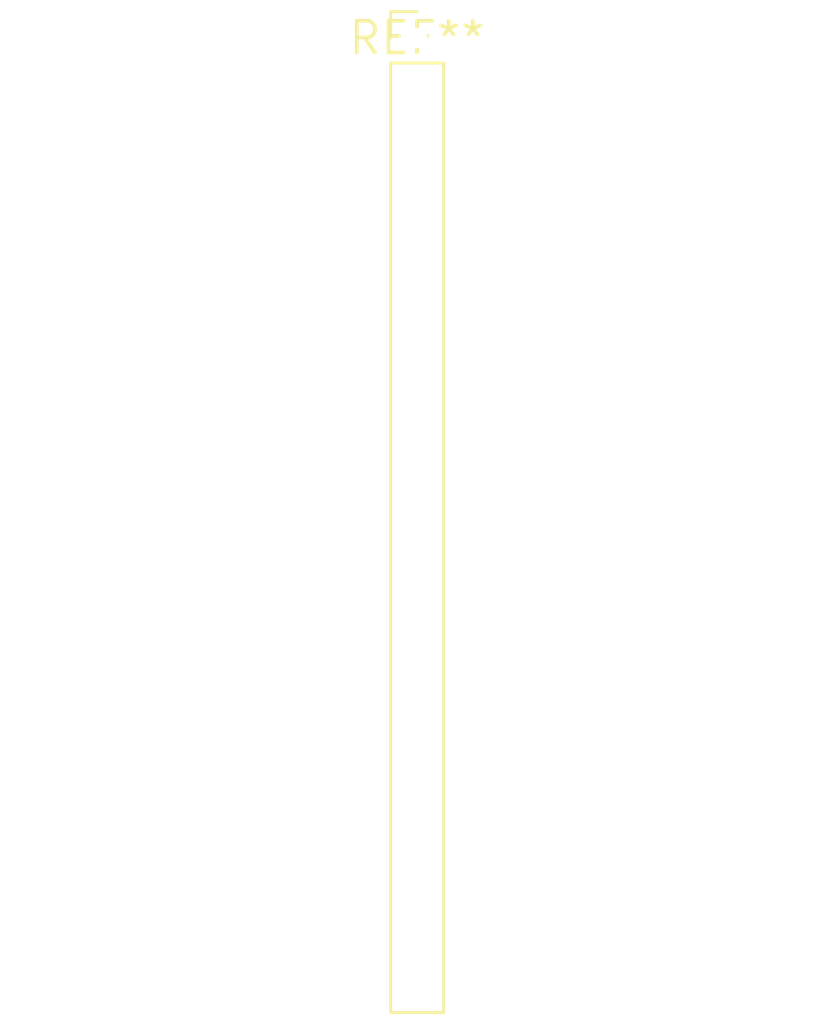
<source format=kicad_pcb>
(kicad_pcb (version 20240108) (generator pcbnew)
  (layers (0 "F.Cu" signal) (31 "B.Cu" signal) (34 "B.Paste" user) (35 "F.Paste" user) (36 "B.SilkS" user "B.Silkscreen") (37 "F.SilkS" user "F.Silkscreen") (38 "B.Mask" user) (39 "F.Mask" user) (44 "Edge.Cuts" user))
  (net 0 "")
  (footprint "PinHeader_1x20_P2.00mm_Vertical" (layer "F.Cu") (at 0 0)
    (property "Reference" "REF**")
    (property "Value" "PinHeader_1x20_P2.00mm_Vertical")
    (fp_line (start -1.06 -1.06) (end 0 -1.06) (layer "F.SilkS") (stroke (width 0.12)))
    (fp_line (start -1.06 0) (end -1.06 -1.06) (layer "F.SilkS") (stroke (width 0.12)))
    (fp_line (start -1.06 1) (end -1.06 39.06) (layer "F.SilkS") (stroke (width 0.12)))
    (fp_line (start -1.06 1) (end 1.06 1) (layer "F.SilkS") (stroke (width 0.12)))
    (fp_line (start -1.06 39.06) (end 1.06 39.06) (layer "F.SilkS") (stroke (width 0.12)))
    (fp_line (start 1.06 1) (end 1.06 39.06) (layer "F.SilkS") (stroke (width 0.12)))
    (pad "1" thru_hole rect (at 0 0) (size 1.35 1.35) (drill 0.8) (layers *.Cu *.Mask) (remove_unused_layers))
    (pad "2" thru_hole oval (at 0 2) (size 1.35 1.35) (drill 0.8) (layers *.Cu *.Mask) (remove_unused_layers))
    (pad "3" thru_hole oval (at 0 4) (size 1.35 1.35) (drill 0.8) (layers *.Cu *.Mask) (remove_unused_layers))
    (pad "4" thru_hole oval (at 0 6) (size 1.35 1.35) (drill 0.8) (layers *.Cu *.Mask) (remove_unused_layers))
    (pad "5" thru_hole oval (at 0 8) (size 1.35 1.35) (drill 0.8) (layers *.Cu *.Mask) (remove_unused_layers))
    (pad "6" thru_hole oval (at 0 10) (size 1.35 1.35) (drill 0.8) (layers *.Cu *.Mask) (remove_unused_layers))
    (pad "7" thru_hole oval (at 0 12) (size 1.35 1.35) (drill 0.8) (layers *.Cu *.Mask) (remove_unused_layers))
    (pad "8" thru_hole oval (at 0 14) (size 1.35 1.35) (drill 0.8) (layers *.Cu *.Mask) (remove_unused_layers))
    (pad "9" thru_hole oval (at 0 16) (size 1.35 1.35) (drill 0.8) (layers *.Cu *.Mask) (remove_unused_layers))
    (pad "10" thru_hole oval (at 0 18) (size 1.35 1.35) (drill 0.8) (layers *.Cu *.Mask) (remove_unused_layers))
    (pad "11" thru_hole oval (at 0 20) (size 1.35 1.35) (drill 0.8) (layers *.Cu *.Mask) (remove_unused_layers))
    (pad "12" thru_hole oval (at 0 22) (size 1.35 1.35) (drill 0.8) (layers *.Cu *.Mask) (remove_unused_layers))
    (pad "13" thru_hole oval (at 0 24) (size 1.35 1.35) (drill 0.8) (layers *.Cu *.Mask) (remove_unused_layers))
    (pad "14" thru_hole oval (at 0 26) (size 1.35 1.35) (drill 0.8) (layers *.Cu *.Mask) (remove_unused_layers))
    (pad "15" thru_hole oval (at 0 28) (size 1.35 1.35) (drill 0.8) (layers *.Cu *.Mask) (remove_unused_layers))
    (pad "16" thru_hole oval (at 0 30) (size 1.35 1.35) (drill 0.8) (layers *.Cu *.Mask) (remove_unused_layers))
    (pad "17" thru_hole oval (at 0 32) (size 1.35 1.35) (drill 0.8) (layers *.Cu *.Mask) (remove_unused_layers))
    (pad "18" thru_hole oval (at 0 34) (size 1.35 1.35) (drill 0.8) (layers *.Cu *.Mask) (remove_unused_layers))
    (pad "19" thru_hole oval (at 0 36) (size 1.35 1.35) (drill 0.8) (layers *.Cu *.Mask) (remove_unused_layers))
    (pad "20" thru_hole oval (at 0 38) (size 1.35 1.35) (drill 0.8) (layers *.Cu *.Mask) (remove_unused_layers))
  )
)
</source>
